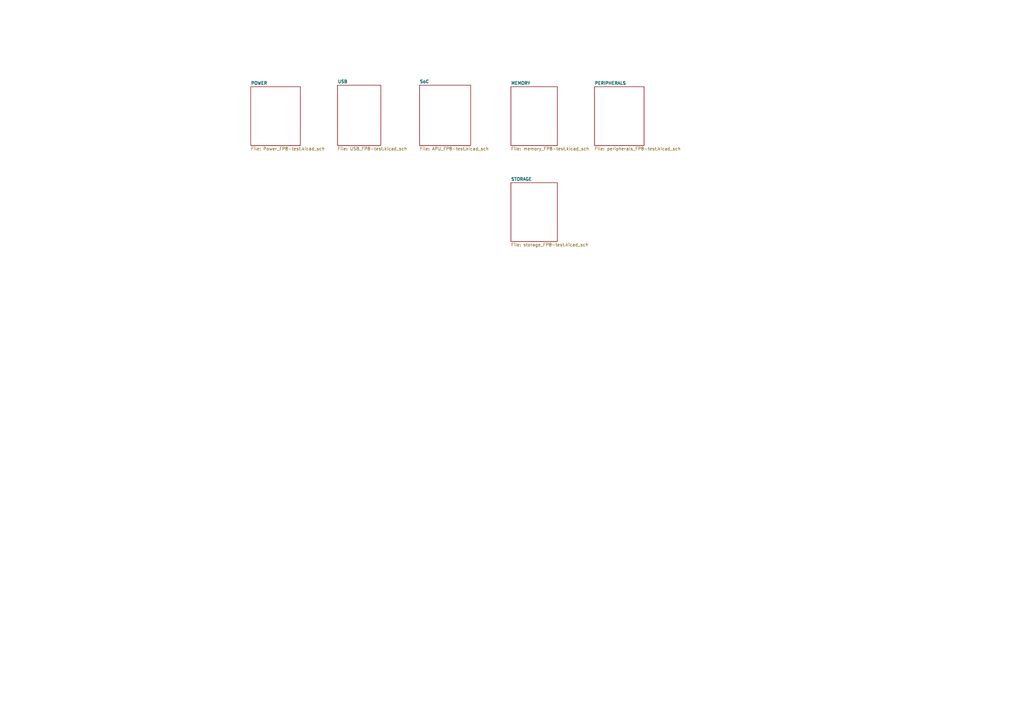
<source format=kicad_sch>
(kicad_sch (version 20230121) (generator eeschema)
  (paper "A3")
  (title_block (date "2023-05-06") (rev "A-A"))
  (lib_symbols)
  (sheet (at 209.55 74.93) (size 19.05 24.13) (stroke (width 0.1524))
    (property "Sheetname" "STORAGE" (at 209.55 74.2184 0) (effects (font bold) (justify left bottom)))
    (property "Sheetfile" "storage_FP8-test.kicad_sch" (at 209.55 99.6446 0) (effects (justify left top)))
  )
  (sheet (at 243.84 35.56) (size 20.32 24.13) (stroke (width 0.1524))
    (property "Sheetname" "PERIPHERALS" (at 243.84 34.8484 0) (effects (font bold) (justify left bottom)))
    (property "Sheetfile" "peripherals_FP8-test.kicad_sch" (at 243.84 60.2746 0) (effects (justify left top)))
  )
  (sheet (at 209.55 35.56) (size 19.05 24.13) (stroke (width 0.1524))
    (property "Sheetname" "MEMORY" (at 209.55 34.8484 0) (effects (font bold) (justify left bottom)))
    (property "Sheetfile" "memory_FP8-test.kicad_sch" (at 209.55 60.2746 0) (effects (justify left top)))
  )
  (sheet (at 102.87 35.56) (size 20.32 24.13) (stroke (width 0.1524))
    (property "Sheetname" "POWER" (at 102.87 34.8484 0) (effects (font bold) (justify left bottom)))
    (property "Sheetfile" "Power_FP8-test.kicad_sch" (at 102.87 60.2746 0) (effects (justify left top)))
  )
  (sheet (at 138.43 34.925) (size 17.78 24.765) (stroke (width 0.1524))
    (property "Sheetname" "USB" (at 138.43 34.2134 0) (effects (font bold) (justify left bottom)))
    (property "Sheetfile" "USB_FP8-test.kicad_sch" (at 138.43 60.2746 0) (effects (justify left top)))
  )
  (sheet (at 172.085 34.925) (size 20.955 24.765) (stroke (width 0.1524))
    (property "Sheetname" "SoC" (at 172.085 34.2134 0) (effects (font bold) (justify left bottom)))
    (property "Sheetfile" "APU_FP8-test.kicad_sch" (at 172.085 60.2746 0) (effects (justify left top)))
  )
)
</source>
